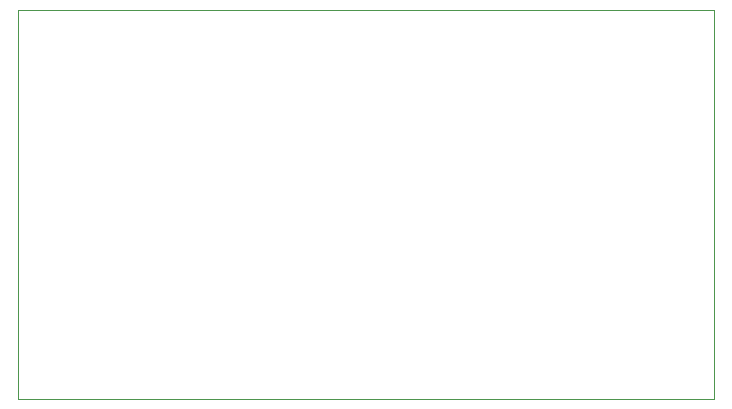
<source format=gm1>
G04 #@! TF.GenerationSoftware,KiCad,Pcbnew,(6.0.1)*
G04 #@! TF.CreationDate,2022-04-24T16:37:43-07:00*
G04 #@! TF.ProjectId,Regulator_5V,52656775-6c61-4746-9f72-5f35562e6b69,rev?*
G04 #@! TF.SameCoordinates,Original*
G04 #@! TF.FileFunction,Profile,NP*
%FSLAX46Y46*%
G04 Gerber Fmt 4.6, Leading zero omitted, Abs format (unit mm)*
G04 Created by KiCad (PCBNEW (6.0.1)) date 2022-04-24 16:37:43*
%MOMM*%
%LPD*%
G01*
G04 APERTURE LIST*
G04 #@! TA.AperFunction,Profile*
%ADD10C,0.100000*%
G04 #@! TD*
G04 APERTURE END LIST*
D10*
X127900000Y-71900000D02*
X186800000Y-71900000D01*
X186800000Y-71900000D02*
X186800000Y-104800000D01*
X186800000Y-104800000D02*
X127900000Y-104800000D01*
X127900000Y-104800000D02*
X127900000Y-71900000D01*
M02*

</source>
